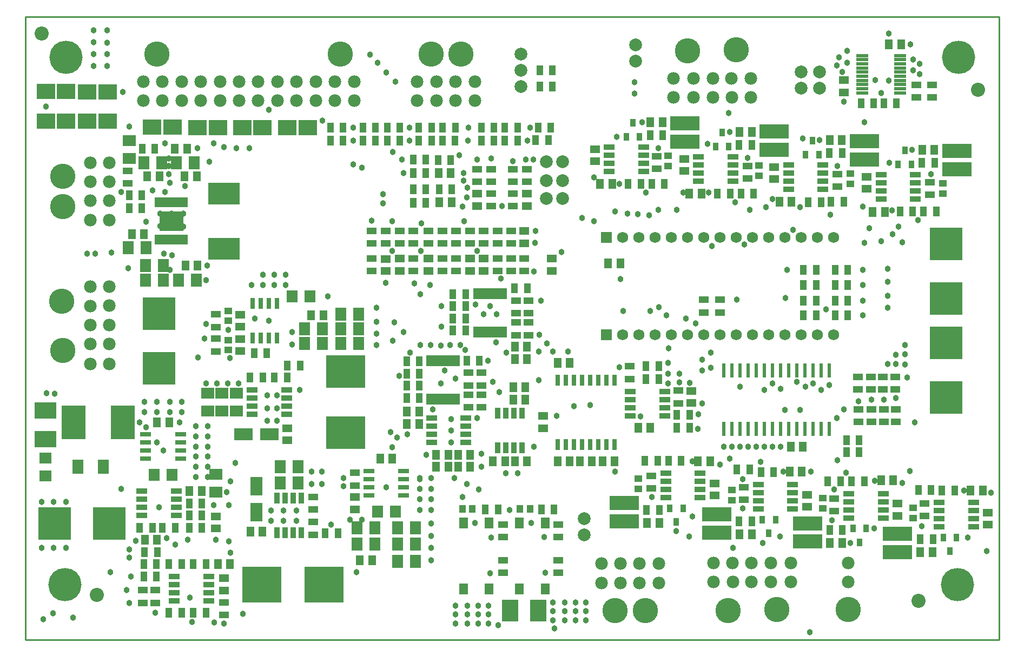
<source format=gts>
G04*
G04 #@! TF.GenerationSoftware,Altium Limited,Altium Designer,19.1.8 (144)*
G04*
G04 Layer_Color=8388736*
%FSLAX25Y25*%
%MOIN*%
G70*
G01*
G75*
%ADD10C,0.01000*%
%ADD22R,0.02400X0.09000*%
%ADD54R,0.06115X0.04343*%
%ADD55C,0.03800*%
%ADD56R,0.04934X0.06312*%
%ADD57R,0.07808X0.02454*%
%ADD58C,0.08674*%
%ADD59R,0.06509X0.07690*%
%ADD60R,0.06902X0.03359*%
%ADD61R,0.06312X0.04934*%
%ADD62R,0.04343X0.06115*%
%ADD63R,0.05721X0.07099*%
%ADD64R,0.03162X0.06509*%
%ADD65R,0.07887X0.06509*%
%ADD66R,0.24422X0.22060*%
%ADD67R,0.03556X0.04737*%
%ADD68R,0.04540X0.04343*%
%ADD69R,0.17926X0.09068*%
%ADD70R,0.04343X0.04540*%
%ADD71R,0.20485X0.20485*%
%ADD72R,0.03359X0.06902*%
%ADD73R,0.02572X0.06706*%
%ADD74R,0.06509X0.07887*%
%ADD75R,0.24422X0.20485*%
%ADD76R,0.19304X0.13398*%
%ADD77R,0.11824X0.09698*%
%ADD78R,0.07690X0.06509*%
%ADD79R,0.02572X0.06312*%
%ADD80R,0.14895X0.12375*%
%ADD81R,0.06509X0.03162*%
%ADD82R,0.11430X0.07493*%
%ADD83R,0.14580X0.20879*%
%ADD84R,0.10249X0.13595*%
%ADD85R,0.07099X0.08871*%
%ADD86R,0.20485X0.20485*%
%ADD87R,0.07493X0.11430*%
%ADD88R,0.13595X0.10249*%
%ADD89C,0.07887*%
%ADD90C,0.07800*%
%ADD91C,0.15600*%
%ADD92C,0.20485*%
%ADD93R,0.06824X0.06824*%
%ADD94C,0.06824*%
D10*
X100000Y500000D02*
X700000D01*
X100000Y116000D02*
X700000D01*
Y500000D01*
X100000Y116000D02*
Y500000D01*
D22*
X530500Y246000D02*
D03*
X535500D02*
D03*
X540500D02*
D03*
X545500D02*
D03*
X550500D02*
D03*
X555500D02*
D03*
X560500D02*
D03*
X565500D02*
D03*
X570500D02*
D03*
X575500D02*
D03*
X580500D02*
D03*
X585500D02*
D03*
X590500D02*
D03*
X595500D02*
D03*
Y282000D02*
D03*
X590500D02*
D03*
X585500D02*
D03*
X580500D02*
D03*
X575500D02*
D03*
X570500D02*
D03*
X565500D02*
D03*
X560500D02*
D03*
X555500D02*
D03*
X550500D02*
D03*
X545500D02*
D03*
X540500D02*
D03*
X535500D02*
D03*
X530500D02*
D03*
D54*
X409000Y398063D02*
D03*
Y405937D02*
D03*
X472500Y284374D02*
D03*
Y276500D02*
D03*
X518000Y325437D02*
D03*
Y317563D02*
D03*
X528000Y325437D02*
D03*
Y317563D02*
D03*
X303000Y211000D02*
D03*
Y218874D02*
D03*
X394500Y164937D02*
D03*
Y157063D02*
D03*
X180000Y146437D02*
D03*
Y138563D02*
D03*
X172500D02*
D03*
Y146437D02*
D03*
X222500Y138937D02*
D03*
Y131063D02*
D03*
X163000Y397063D02*
D03*
Y404937D02*
D03*
X658901Y457937D02*
D03*
Y450063D02*
D03*
X649000D02*
D03*
Y457937D02*
D03*
X654284Y199937D02*
D03*
Y192063D02*
D03*
X598567Y202937D02*
D03*
Y195063D02*
D03*
X542783Y209937D02*
D03*
Y202063D02*
D03*
X485783Y216937D02*
D03*
Y209063D02*
D03*
X394500Y179063D02*
D03*
Y186937D02*
D03*
X428500Y179063D02*
D03*
Y186937D02*
D03*
X657500Y390063D02*
D03*
Y397937D02*
D03*
X600500Y395063D02*
D03*
Y402937D02*
D03*
X545000Y400063D02*
D03*
Y407937D02*
D03*
X400500Y390937D02*
D03*
Y383063D02*
D03*
Y405937D02*
D03*
Y398063D02*
D03*
X387000Y390937D02*
D03*
Y383063D02*
D03*
Y405937D02*
D03*
Y398063D02*
D03*
X378500Y405937D02*
D03*
Y398063D02*
D03*
X407500Y350937D02*
D03*
Y343063D02*
D03*
X399500D02*
D03*
Y350937D02*
D03*
X391000Y343063D02*
D03*
Y350937D02*
D03*
X365500Y343063D02*
D03*
Y350937D02*
D03*
X357000Y343063D02*
D03*
Y350937D02*
D03*
X339286Y343126D02*
D03*
Y351000D02*
D03*
X313357Y343126D02*
D03*
Y351000D02*
D03*
X410000Y324937D02*
D03*
Y317063D02*
D03*
X402500Y324937D02*
D03*
Y317063D02*
D03*
X373000Y272563D02*
D03*
Y280437D02*
D03*
X381000Y272563D02*
D03*
Y280437D02*
D03*
Y259063D02*
D03*
Y266937D02*
D03*
X373000Y259063D02*
D03*
Y266937D02*
D03*
X277500Y180591D02*
D03*
Y188465D02*
D03*
Y203937D02*
D03*
Y196063D02*
D03*
X217500Y308563D02*
D03*
Y316437D02*
D03*
Y301437D02*
D03*
Y293563D02*
D03*
X313357Y360126D02*
D03*
Y368000D02*
D03*
X322000D02*
D03*
Y360126D02*
D03*
X330643D02*
D03*
Y368000D02*
D03*
X339286D02*
D03*
Y360126D02*
D03*
X348500D02*
D03*
Y368000D02*
D03*
X357000D02*
D03*
Y360126D02*
D03*
X365500Y368000D02*
D03*
Y360126D02*
D03*
X374000D02*
D03*
Y368000D02*
D03*
X382500Y360126D02*
D03*
Y368000D02*
D03*
X391000D02*
D03*
Y360126D02*
D03*
X399500Y368000D02*
D03*
Y360126D02*
D03*
X428500Y157063D02*
D03*
Y164937D02*
D03*
X402500Y311437D02*
D03*
Y303563D02*
D03*
X410000Y311437D02*
D03*
Y303563D02*
D03*
X636000Y277937D02*
D03*
Y270063D02*
D03*
X628500Y277937D02*
D03*
Y270063D02*
D03*
X621000Y277937D02*
D03*
Y270063D02*
D03*
X613000Y277937D02*
D03*
Y270063D02*
D03*
X613500Y257937D02*
D03*
Y250063D02*
D03*
X621500Y257937D02*
D03*
Y250063D02*
D03*
X629000Y257937D02*
D03*
Y250063D02*
D03*
X636500Y257937D02*
D03*
Y250063D02*
D03*
X502500Y269437D02*
D03*
Y261563D02*
D03*
X489000Y406063D02*
D03*
Y413937D02*
D03*
D55*
X517000Y288500D02*
D03*
X113000Y268000D02*
D03*
X522500Y283500D02*
D03*
X475500Y459500D02*
D03*
Y452500D02*
D03*
X159000Y209000D02*
D03*
X296000Y210500D02*
D03*
X234000Y132000D02*
D03*
X225500Y176500D02*
D03*
X164000Y166500D02*
D03*
X162500Y146500D02*
D03*
X617000Y435000D02*
D03*
X623283Y184500D02*
D03*
X536000Y172500D02*
D03*
X509000Y179500D02*
D03*
X533500Y440500D02*
D03*
X339786Y335563D02*
D03*
X322000Y336000D02*
D03*
X426000Y123000D02*
D03*
X391500Y125000D02*
D03*
X631500Y344500D02*
D03*
Y336500D02*
D03*
Y328000D02*
D03*
Y320500D02*
D03*
X413000Y412000D02*
D03*
X393000Y338500D02*
D03*
X392000Y268500D02*
D03*
X325000Y244000D02*
D03*
X163500Y345000D02*
D03*
X143000Y354000D02*
D03*
X387000Y412500D02*
D03*
X464500Y426000D02*
D03*
X142000Y491500D02*
D03*
X150500D02*
D03*
Y469500D02*
D03*
Y476833D02*
D03*
X142000Y484167D02*
D03*
X150500Y484000D02*
D03*
X142000Y469500D02*
D03*
Y476833D02*
D03*
X606500Y479000D02*
D03*
X647000Y473500D02*
D03*
X601500Y475000D02*
D03*
X651000Y471000D02*
D03*
X606500Y471500D02*
D03*
X647000Y467000D02*
D03*
X600000Y470000D02*
D03*
X651000Y464500D02*
D03*
X603500Y466000D02*
D03*
X351000Y258000D02*
D03*
X565500Y235000D02*
D03*
X560500D02*
D03*
X680784Y179000D02*
D03*
X545500Y235000D02*
D03*
X530500D02*
D03*
X520500Y421500D02*
D03*
X535500Y235000D02*
D03*
X550500D02*
D03*
X579000Y425000D02*
D03*
X632500Y410000D02*
D03*
X555500Y235000D02*
D03*
X540500D02*
D03*
X565000Y179500D02*
D03*
X511000Y192000D02*
D03*
X372500Y394500D02*
D03*
X370000Y403500D02*
D03*
X414000Y360500D02*
D03*
X408500Y412000D02*
D03*
X367500Y414500D02*
D03*
X286500Y327500D02*
D03*
X229500Y225000D02*
D03*
X450500Y374000D02*
D03*
X269000Y270000D02*
D03*
X226000Y289500D02*
D03*
X216500Y126500D02*
D03*
X304000Y157500D02*
D03*
X343000Y215000D02*
D03*
X288500Y187000D02*
D03*
X152500Y157500D02*
D03*
X174386Y246886D02*
D03*
X216250Y198750D02*
D03*
X187000Y178500D02*
D03*
X356500Y309000D02*
D03*
X577500Y257500D02*
D03*
X585500Y274000D02*
D03*
X595500Y273000D02*
D03*
X580750Y272000D02*
D03*
X555500Y270000D02*
D03*
X565500Y270500D02*
D03*
X590500Y270000D02*
D03*
X575500Y275000D02*
D03*
X568000Y257500D02*
D03*
X540500Y272000D02*
D03*
X560500Y274000D02*
D03*
X378500Y411750D02*
D03*
X129500Y129500D02*
D03*
X186000Y422000D02*
D03*
X302000Y409000D02*
D03*
X326500Y416500D02*
D03*
X246500Y341000D02*
D03*
X253500D02*
D03*
X260500D02*
D03*
X372000Y388500D02*
D03*
X386500Y321500D02*
D03*
X409500Y423500D02*
D03*
X178500Y393000D02*
D03*
X201500Y142000D02*
D03*
X197500Y378500D02*
D03*
X190000D02*
D03*
X183000Y371000D02*
D03*
X190000Y370500D02*
D03*
X197500D02*
D03*
X322500Y210000D02*
D03*
X430500Y355000D02*
D03*
X583500Y120500D02*
D03*
X333000Y305500D02*
D03*
X390254Y299254D02*
D03*
X369500Y383000D02*
D03*
X596000Y378000D02*
D03*
X597000Y189500D02*
D03*
X496000Y286500D02*
D03*
Y280000D02*
D03*
X503000D02*
D03*
X509500Y274371D02*
D03*
X503000Y274500D02*
D03*
X542000Y215000D02*
D03*
X553000Y225500D02*
D03*
X400500Y411000D02*
D03*
X170500Y250000D02*
D03*
X198500Y395500D02*
D03*
X632000Y489500D02*
D03*
X225000Y307000D02*
D03*
X189000Y397500D02*
D03*
X212000Y346500D02*
D03*
X634500Y366000D02*
D03*
X627500Y361500D02*
D03*
X523000Y358500D02*
D03*
X484500Y377500D02*
D03*
X616000Y383000D02*
D03*
X364500Y215500D02*
D03*
X372000Y212000D02*
D03*
X379500Y208500D02*
D03*
X489720Y226098D02*
D03*
X356000Y274000D02*
D03*
X365000Y277000D02*
D03*
X118000Y267500D02*
D03*
X307500Y407000D02*
D03*
X477500Y378063D02*
D03*
X320500Y390500D02*
D03*
Y385000D02*
D03*
X302000Y423500D02*
D03*
X370000Y399000D02*
D03*
X495000Y316000D02*
D03*
X490500Y321000D02*
D03*
X507000Y314000D02*
D03*
X327500Y311500D02*
D03*
X343600Y297500D02*
D03*
X326500Y300350D02*
D03*
X356010Y297290D02*
D03*
X343500Y329000D02*
D03*
X517000Y282000D02*
D03*
X522500Y293000D02*
D03*
X514500Y246000D02*
D03*
X514750Y254750D02*
D03*
X604500Y258000D02*
D03*
X600000Y252500D02*
D03*
X485000Y318500D02*
D03*
X468500D02*
D03*
X358500Y282000D02*
D03*
X337000Y293000D02*
D03*
X206500Y290000D02*
D03*
X164125Y171625D02*
D03*
X168000Y177000D02*
D03*
X202750Y126750D02*
D03*
X211500Y310500D02*
D03*
X226500Y169500D02*
D03*
X225500Y199000D02*
D03*
X226500Y213500D02*
D03*
X224000Y207000D02*
D03*
X621500Y264000D02*
D03*
X629000D02*
D03*
X613500Y263000D02*
D03*
X642000Y297500D02*
D03*
X652500Y186000D02*
D03*
X678500Y208000D02*
D03*
X463500Y380000D02*
D03*
X627500Y453000D02*
D03*
X632000Y460500D02*
D03*
X471000Y378500D02*
D03*
X556500Y382500D02*
D03*
X573000Y368500D02*
D03*
X546500Y381000D02*
D03*
X326000Y374000D02*
D03*
X568500Y326500D02*
D03*
X425000Y293500D02*
D03*
X427500Y254000D02*
D03*
X416500Y276000D02*
D03*
X421500Y298500D02*
D03*
X450500Y401000D02*
D03*
X662000Y355358D02*
D03*
X672500D02*
D03*
X673000Y365358D02*
D03*
X662500D02*
D03*
Y270500D02*
D03*
X673000D02*
D03*
X672500Y260500D02*
D03*
X662000D02*
D03*
X634000Y380500D02*
D03*
X577500Y382500D02*
D03*
X466000Y397000D02*
D03*
X521000Y391500D02*
D03*
X260500Y334500D02*
D03*
X253500D02*
D03*
X246500D02*
D03*
X239500D02*
D03*
X443000Y376000D02*
D03*
X636500Y286000D02*
D03*
X642000Y292000D02*
D03*
Y285500D02*
D03*
X636500Y291500D02*
D03*
X631500Y286000D02*
D03*
X593500Y319500D02*
D03*
X543000Y359500D02*
D03*
X608437Y175500D02*
D03*
X600500Y226500D02*
D03*
X445500Y139000D02*
D03*
Y133500D02*
D03*
Y128000D02*
D03*
X439000Y139000D02*
D03*
Y133500D02*
D03*
Y128000D02*
D03*
X425000Y133500D02*
D03*
X432500D02*
D03*
X425000Y128000D02*
D03*
X432500D02*
D03*
X425000Y139000D02*
D03*
X432500D02*
D03*
X372500Y137000D02*
D03*
X365000D02*
D03*
X496500Y295500D02*
D03*
X211500Y337500D02*
D03*
X238000Y419000D02*
D03*
X230000D02*
D03*
X216000Y422000D02*
D03*
X222500Y419500D02*
D03*
X213500Y410500D02*
D03*
X206000Y419000D02*
D03*
X188500Y403000D02*
D03*
Y408000D02*
D03*
Y412500D02*
D03*
X186000Y392000D02*
D03*
X183000Y378500D02*
D03*
X185500Y354000D02*
D03*
X190500Y353000D02*
D03*
X189000Y344000D02*
D03*
X174500Y373500D02*
D03*
X159000Y392000D02*
D03*
X153000Y354500D02*
D03*
X138000Y354000D02*
D03*
X176000Y312000D02*
D03*
X188000D02*
D03*
Y321000D02*
D03*
X176500Y321500D02*
D03*
X333000Y403500D02*
D03*
X542283Y197000D02*
D03*
X385000Y288000D02*
D03*
X371079Y294500D02*
D03*
X368000Y297500D02*
D03*
X255250Y258500D02*
D03*
Y251000D02*
D03*
X249000Y258500D02*
D03*
Y251000D02*
D03*
X255250Y266500D02*
D03*
X249000D02*
D03*
X317000Y471500D02*
D03*
X332000Y412000D02*
D03*
X554500Y175500D02*
D03*
X517000Y261500D02*
D03*
X501284Y182783D02*
D03*
X534000Y227500D02*
D03*
X413500Y235000D02*
D03*
X403500Y218500D02*
D03*
X396000D02*
D03*
X381000Y222500D02*
D03*
Y230500D02*
D03*
X347000Y230000D02*
D03*
X362500Y237500D02*
D03*
Y252000D02*
D03*
X378500Y252500D02*
D03*
X388000Y275000D02*
D03*
X396500Y293000D02*
D03*
X416500Y293500D02*
D03*
X413500Y343000D02*
D03*
X640500Y361000D02*
D03*
X620000Y369500D02*
D03*
X501500Y381000D02*
D03*
X490000Y419000D02*
D03*
X638000Y370500D02*
D03*
X617000Y360500D02*
D03*
X490000Y381000D02*
D03*
X643500Y277500D02*
D03*
X560500Y387500D02*
D03*
X646500Y418000D02*
D03*
X534000Y429000D02*
D03*
X589500Y424000D02*
D03*
X505500Y391500D02*
D03*
X537625Y385625D02*
D03*
X650125Y374625D02*
D03*
X658000Y403000D02*
D03*
X545000Y413000D02*
D03*
X600500Y408000D02*
D03*
X513000Y311000D02*
D03*
X398500Y196000D02*
D03*
X623500Y214000D02*
D03*
X598500Y208500D02*
D03*
X538500Y325500D02*
D03*
X329000Y240500D02*
D03*
X296000Y215500D02*
D03*
X349700Y297500D02*
D03*
X361900D02*
D03*
X692500Y170500D02*
D03*
X486283Y204000D02*
D03*
X695000Y206500D02*
D03*
X645000Y220000D02*
D03*
X605817Y218750D02*
D03*
X640500Y212500D02*
D03*
X584000Y219500D02*
D03*
X567000D02*
D03*
X511000Y226000D02*
D03*
X528000Y224000D02*
D03*
X414500Y368000D02*
D03*
X393750Y383063D02*
D03*
X335500Y242500D02*
D03*
X343680Y355500D02*
D03*
X378500D02*
D03*
X349500Y334500D02*
D03*
X377522Y322522D02*
D03*
X344000Y372500D02*
D03*
X370500Y374000D02*
D03*
X417937Y324937D02*
D03*
X416782Y303782D02*
D03*
X390500Y316500D02*
D03*
X382500D02*
D03*
X356500Y321500D02*
D03*
X372969Y423500D02*
D03*
X336750D02*
D03*
X411000Y431500D02*
D03*
X373031D02*
D03*
X336750D02*
D03*
X302000D02*
D03*
X322500Y465500D02*
D03*
X328000Y460000D02*
D03*
X312500Y476500D02*
D03*
X283000Y436000D02*
D03*
X250000Y442500D02*
D03*
X261500Y431500D02*
D03*
X233701D02*
D03*
X206201D02*
D03*
X177500D02*
D03*
X466740Y338240D02*
D03*
X343000Y209000D02*
D03*
X350000D02*
D03*
Y215500D02*
D03*
X343000D02*
D03*
Y202500D02*
D03*
X350000D02*
D03*
Y196000D02*
D03*
X343000D02*
D03*
X369449Y203949D02*
D03*
X411776Y187776D02*
D03*
X377276D02*
D03*
X387000Y179000D02*
D03*
X419719Y179281D02*
D03*
X386500Y157000D02*
D03*
X420563Y157063D02*
D03*
X438000Y260000D02*
D03*
X448000Y260500D02*
D03*
X111000Y128500D02*
D03*
X117273Y132273D02*
D03*
X616000Y316000D02*
D03*
Y325000D02*
D03*
Y334500D02*
D03*
Y344000D02*
D03*
X569500D02*
D03*
X645500Y483000D02*
D03*
X623746Y460746D02*
D03*
X604500Y447500D02*
D03*
X192500Y174500D02*
D03*
X222500Y126000D02*
D03*
X362500Y245000D02*
D03*
X330500Y278500D02*
D03*
X112701Y444620D02*
D03*
X160000Y453500D02*
D03*
X164250Y432250D02*
D03*
X326286Y355563D02*
D03*
X313357Y374134D02*
D03*
X648000Y250000D02*
D03*
X636500Y264750D02*
D03*
X466000Y284000D02*
D03*
X496000Y274000D02*
D03*
X479000Y253414D02*
D03*
X482500Y391500D02*
D03*
X480130Y435000D02*
D03*
X434500Y293500D02*
D03*
X463370Y219630D02*
D03*
X316500Y297500D02*
D03*
Y304500D02*
D03*
Y312000D02*
D03*
Y320500D02*
D03*
X264500Y305500D02*
D03*
Y298000D02*
D03*
X282750Y219500D02*
D03*
Y212000D02*
D03*
X276500Y219500D02*
D03*
Y212000D02*
D03*
X267000Y195500D02*
D03*
Y189250D02*
D03*
X251500Y195500D02*
D03*
X259000D02*
D03*
X251500Y189250D02*
D03*
X259000D02*
D03*
X189000Y262500D02*
D03*
X196500D02*
D03*
X189000Y256250D02*
D03*
X196500D02*
D03*
X173500Y262500D02*
D03*
X181000D02*
D03*
X173500Y256250D02*
D03*
X181000D02*
D03*
X164032Y138531D02*
D03*
X181260Y237500D02*
D03*
X231500Y274000D02*
D03*
X224833D02*
D03*
X218167D02*
D03*
X211500D02*
D03*
X250000Y312500D02*
D03*
X210500Y301500D02*
D03*
X241500Y314000D02*
D03*
X326240Y234414D02*
D03*
X350000Y165000D02*
D03*
Y172500D02*
D03*
Y180000D02*
D03*
Y187500D02*
D03*
X307500Y190000D02*
D03*
X300000D02*
D03*
X212500Y216250D02*
D03*
X205000D02*
D03*
X212500Y222500D02*
D03*
X205000D02*
D03*
Y235000D02*
D03*
X212500D02*
D03*
X205000Y228750D02*
D03*
X212500D02*
D03*
Y241250D02*
D03*
X205000D02*
D03*
X212500Y247500D02*
D03*
X205000D02*
D03*
X372500Y126000D02*
D03*
X365000D02*
D03*
X372500Y131500D02*
D03*
X365000D02*
D03*
X379000Y126000D02*
D03*
Y131500D02*
D03*
Y137000D02*
D03*
X385500Y126000D02*
D03*
Y131500D02*
D03*
Y137000D02*
D03*
X217500Y177500D02*
D03*
X165000Y155000D02*
D03*
X180000Y132500D02*
D03*
X200000Y177500D02*
D03*
X182500Y197500D02*
D03*
X195000Y250000D02*
D03*
X185000Y232500D02*
D03*
X125000Y201000D02*
D03*
X117500D02*
D03*
X110000D02*
D03*
X125000Y172500D02*
D03*
X117500D02*
D03*
X110000D02*
D03*
D56*
X639740Y483000D02*
D03*
X632260D02*
D03*
X435500Y226000D02*
D03*
X428020D02*
D03*
X449240D02*
D03*
X441760D02*
D03*
X463240D02*
D03*
X455760D02*
D03*
X428020Y286500D02*
D03*
X435500D02*
D03*
X188740Y250000D02*
D03*
X181260D02*
D03*
X218760Y162500D02*
D03*
X226240D02*
D03*
X173760Y177500D02*
D03*
X181240D02*
D03*
X651543Y170000D02*
D03*
X659024D02*
D03*
X595827Y175500D02*
D03*
X603307D02*
D03*
X514543Y226000D02*
D03*
X522024D02*
D03*
X540260Y181000D02*
D03*
X547740D02*
D03*
X483260Y188000D02*
D03*
X490740D02*
D03*
X516740Y391000D02*
D03*
X509260D02*
D03*
X660240Y418000D02*
D03*
X652760D02*
D03*
X629740Y379500D02*
D03*
X622260D02*
D03*
X603240Y424000D02*
D03*
X595760D02*
D03*
X572240Y386000D02*
D03*
X564760D02*
D03*
X547740Y429000D02*
D03*
X540260D02*
D03*
X401760Y289000D02*
D03*
X409240D02*
D03*
X401760Y296500D02*
D03*
X409240D02*
D03*
X400760Y271500D02*
D03*
X408240D02*
D03*
X400760Y264000D02*
D03*
X408240D02*
D03*
X401760Y226000D02*
D03*
X409240D02*
D03*
X395740D02*
D03*
X388260D02*
D03*
X366760Y230000D02*
D03*
X374240D02*
D03*
X366760Y222500D02*
D03*
X374240D02*
D03*
X360740Y230000D02*
D03*
X353260D02*
D03*
X360740Y222500D02*
D03*
X353260D02*
D03*
X342740Y256500D02*
D03*
X335260D02*
D03*
X342740Y249000D02*
D03*
X335260D02*
D03*
X192260Y418500D02*
D03*
X199740D02*
D03*
X205740Y401500D02*
D03*
X198260D02*
D03*
X173240Y366000D02*
D03*
X165760D02*
D03*
X198760Y346500D02*
D03*
X206240D02*
D03*
X182740Y401500D02*
D03*
X175260D02*
D03*
X355260Y385500D02*
D03*
X362740D02*
D03*
X362240Y403500D02*
D03*
X354760D02*
D03*
X571760Y235000D02*
D03*
X579240D02*
D03*
X485240Y246500D02*
D03*
X477760D02*
D03*
X492740Y435000D02*
D03*
X485260D02*
D03*
X461740Y397000D02*
D03*
X454260D02*
D03*
X306260Y165000D02*
D03*
X313740D02*
D03*
X238760Y182500D02*
D03*
X246240D02*
D03*
X276260Y316000D02*
D03*
X283740D02*
D03*
X208740Y207500D02*
D03*
X201260D02*
D03*
X690024Y208000D02*
D03*
X682543D02*
D03*
X634807Y214173D02*
D03*
X627327D02*
D03*
X578524Y219673D02*
D03*
X571043D02*
D03*
X318760Y227500D02*
D03*
X326240D02*
D03*
X466740Y348000D02*
D03*
X459260D02*
D03*
D57*
X639193Y452984D02*
D03*
Y455543D02*
D03*
Y458102D02*
D03*
Y460661D02*
D03*
Y463221D02*
D03*
Y465779D02*
D03*
Y468339D02*
D03*
Y470898D02*
D03*
Y473457D02*
D03*
Y476016D02*
D03*
X615807Y452984D02*
D03*
Y455543D02*
D03*
Y458102D02*
D03*
Y460661D02*
D03*
Y463221D02*
D03*
Y465779D02*
D03*
Y468339D02*
D03*
Y470898D02*
D03*
Y473457D02*
D03*
Y476016D02*
D03*
D58*
X687000Y455000D02*
D03*
X110000Y489500D02*
D03*
X650500Y140000D02*
D03*
X144000Y143500D02*
D03*
D59*
X316988Y195000D02*
D03*
X328012D02*
D03*
X275512Y327500D02*
D03*
X264488D02*
D03*
X190512Y217500D02*
D03*
X179488D02*
D03*
D60*
X607437Y206000D02*
D03*
Y201000D02*
D03*
Y196000D02*
D03*
Y191000D02*
D03*
X628697Y206000D02*
D03*
Y201000D02*
D03*
Y196000D02*
D03*
Y191000D02*
D03*
X213130Y140000D02*
D03*
Y145000D02*
D03*
Y150000D02*
D03*
Y155000D02*
D03*
X191870Y140000D02*
D03*
Y145000D02*
D03*
Y150000D02*
D03*
Y155000D02*
D03*
X663154Y200500D02*
D03*
Y195500D02*
D03*
Y190500D02*
D03*
Y185500D02*
D03*
X684413Y200500D02*
D03*
Y195500D02*
D03*
Y190500D02*
D03*
Y185500D02*
D03*
X551653Y211500D02*
D03*
Y206500D02*
D03*
Y201500D02*
D03*
Y196500D02*
D03*
X572913Y211500D02*
D03*
Y206500D02*
D03*
Y201500D02*
D03*
Y196500D02*
D03*
X494654Y218500D02*
D03*
Y213500D02*
D03*
Y208500D02*
D03*
Y203500D02*
D03*
X515913Y218500D02*
D03*
Y213500D02*
D03*
Y208500D02*
D03*
Y203500D02*
D03*
X536130Y398500D02*
D03*
Y403500D02*
D03*
Y408500D02*
D03*
Y413500D02*
D03*
X514870Y398500D02*
D03*
Y403500D02*
D03*
Y408500D02*
D03*
Y413500D02*
D03*
X648630Y387500D02*
D03*
Y392500D02*
D03*
Y397500D02*
D03*
Y402500D02*
D03*
X627370Y387500D02*
D03*
Y392500D02*
D03*
Y397500D02*
D03*
Y402500D02*
D03*
X591630Y393500D02*
D03*
Y398500D02*
D03*
Y403500D02*
D03*
Y408500D02*
D03*
X570370Y393500D02*
D03*
Y398500D02*
D03*
Y403500D02*
D03*
Y408500D02*
D03*
X350370Y252500D02*
D03*
Y247500D02*
D03*
Y242500D02*
D03*
Y237500D02*
D03*
X371630Y252500D02*
D03*
Y247500D02*
D03*
Y242500D02*
D03*
Y237500D02*
D03*
X494000Y254000D02*
D03*
Y259000D02*
D03*
Y264000D02*
D03*
Y269000D02*
D03*
X472740Y254000D02*
D03*
Y259000D02*
D03*
Y264000D02*
D03*
Y269000D02*
D03*
X481130Y404500D02*
D03*
Y409500D02*
D03*
Y414500D02*
D03*
Y419500D02*
D03*
X459870Y404500D02*
D03*
Y409500D02*
D03*
Y414500D02*
D03*
Y419500D02*
D03*
X261122Y255000D02*
D03*
Y260000D02*
D03*
Y265000D02*
D03*
Y270000D02*
D03*
X239862Y255000D02*
D03*
Y260000D02*
D03*
Y265000D02*
D03*
Y270000D02*
D03*
X171870Y207500D02*
D03*
Y202500D02*
D03*
Y197500D02*
D03*
Y192500D02*
D03*
X193130Y207500D02*
D03*
Y202500D02*
D03*
Y197500D02*
D03*
Y192500D02*
D03*
D61*
X303051Y203740D02*
D03*
Y196260D02*
D03*
X222500Y153740D02*
D03*
Y146260D02*
D03*
X604500Y460740D02*
D03*
Y453260D02*
D03*
X524784Y204760D02*
D03*
Y212240D02*
D03*
X618500Y401240D02*
D03*
Y393760D02*
D03*
X561500Y407240D02*
D03*
Y399760D02*
D03*
X506000Y412240D02*
D03*
Y404760D02*
D03*
X409000Y390839D02*
D03*
Y383358D02*
D03*
X378500Y390740D02*
D03*
Y383260D02*
D03*
X382500Y350740D02*
D03*
Y343260D02*
D03*
X374000Y343260D02*
D03*
Y350740D02*
D03*
X348500Y343260D02*
D03*
Y350740D02*
D03*
X330786Y343323D02*
D03*
Y350803D02*
D03*
X322098Y343224D02*
D03*
Y350705D02*
D03*
X419000Y253740D02*
D03*
Y246260D02*
D03*
X424500Y343260D02*
D03*
Y350740D02*
D03*
X407500Y360260D02*
D03*
Y367740D02*
D03*
X510500Y269240D02*
D03*
Y261760D02*
D03*
X451000Y418240D02*
D03*
Y410760D02*
D03*
X232500Y316240D02*
D03*
Y308760D02*
D03*
Y301240D02*
D03*
Y293760D02*
D03*
X261417Y238760D02*
D03*
Y246240D02*
D03*
X217500Y184409D02*
D03*
Y191890D02*
D03*
X693284Y194240D02*
D03*
Y186760D02*
D03*
X637567Y199740D02*
D03*
Y192260D02*
D03*
X581783Y205240D02*
D03*
Y197760D02*
D03*
D62*
X424937Y467000D02*
D03*
X417063D02*
D03*
X424937Y457000D02*
D03*
X417063D02*
D03*
X211437Y162500D02*
D03*
X203563D02*
D03*
X173563Y170000D02*
D03*
X181437D02*
D03*
X180886Y162500D02*
D03*
X173012D02*
D03*
X180886Y155000D02*
D03*
X173012D02*
D03*
X203563Y132500D02*
D03*
X211437D02*
D03*
X196437D02*
D03*
X188563D02*
D03*
X622937Y446500D02*
D03*
X615063D02*
D03*
X636937D02*
D03*
X629063D02*
D03*
X651445Y178000D02*
D03*
X659319D02*
D03*
X595728Y183500D02*
D03*
X603602D02*
D03*
X594630Y213598D02*
D03*
X602504D02*
D03*
X539945Y189000D02*
D03*
X547819D02*
D03*
X482945Y196000D02*
D03*
X490819D02*
D03*
X496347Y226098D02*
D03*
X504220D02*
D03*
X481847D02*
D03*
X489720D02*
D03*
X534437Y390902D02*
D03*
X526563D02*
D03*
X418063Y196057D02*
D03*
X425937D02*
D03*
X383563D02*
D03*
X391437D02*
D03*
X646937Y379902D02*
D03*
X639063D02*
D03*
X661437D02*
D03*
X653563D02*
D03*
X660437Y410000D02*
D03*
X652563D02*
D03*
X604437Y385902D02*
D03*
X596563D02*
D03*
X603339Y416000D02*
D03*
X595465D02*
D03*
X590437Y385500D02*
D03*
X582563D02*
D03*
X548937Y390902D02*
D03*
X541063D02*
D03*
X547839Y421000D02*
D03*
X539965D02*
D03*
X409437Y332500D02*
D03*
X401563D02*
D03*
X363563Y329000D02*
D03*
X371437D02*
D03*
X363563Y321500D02*
D03*
X371437D02*
D03*
X363563Y314000D02*
D03*
X371437D02*
D03*
X363563Y306500D02*
D03*
X371437D02*
D03*
X379937Y288000D02*
D03*
X372063D02*
D03*
X335063Y287500D02*
D03*
X342937D02*
D03*
X335063Y280000D02*
D03*
X342937D02*
D03*
X335063Y272500D02*
D03*
X342937D02*
D03*
X335063Y265000D02*
D03*
X342937D02*
D03*
X292687Y181476D02*
D03*
X284813D02*
D03*
X261437Y277500D02*
D03*
X253563D02*
D03*
X269437Y285000D02*
D03*
X261563D02*
D03*
X241063Y292500D02*
D03*
X248937D02*
D03*
X179937Y418500D02*
D03*
X172063D02*
D03*
X164063Y390000D02*
D03*
X171937D02*
D03*
Y382000D02*
D03*
X164063D02*
D03*
X295937Y431500D02*
D03*
X288063D02*
D03*
X295937Y423500D02*
D03*
X288063D02*
D03*
X308063D02*
D03*
X315937D02*
D03*
X330937D02*
D03*
X323063D02*
D03*
X342563D02*
D03*
X350437D02*
D03*
X339063Y385260D02*
D03*
X346937D02*
D03*
X362874Y393500D02*
D03*
X355000D02*
D03*
X346937D02*
D03*
X339063D02*
D03*
X346937Y403500D02*
D03*
X339063D02*
D03*
X308063Y431500D02*
D03*
X315937D02*
D03*
X330937D02*
D03*
X323063D02*
D03*
X342563D02*
D03*
X350437D02*
D03*
X339063Y411760D02*
D03*
X346937D02*
D03*
X365000Y431500D02*
D03*
X357126D02*
D03*
X362197Y411500D02*
D03*
X354323D02*
D03*
X381063Y423500D02*
D03*
X388937D02*
D03*
X381063Y431500D02*
D03*
X388937D02*
D03*
X403437Y423500D02*
D03*
X395563D02*
D03*
X403437Y431500D02*
D03*
X395563D02*
D03*
X414563Y424000D02*
D03*
X422437D02*
D03*
X416063Y431500D02*
D03*
X423937D02*
D03*
X364874Y423500D02*
D03*
X357000D02*
D03*
X606063Y239000D02*
D03*
X613937D02*
D03*
X606063Y231500D02*
D03*
X613937D02*
D03*
X606937Y316000D02*
D03*
X599063D02*
D03*
X606937Y325000D02*
D03*
X599063D02*
D03*
X606937Y334500D02*
D03*
X599063D02*
D03*
X606937Y344000D02*
D03*
X599063D02*
D03*
X587437Y316000D02*
D03*
X579563D02*
D03*
X587437Y325000D02*
D03*
X579563D02*
D03*
X587437Y334500D02*
D03*
X579563D02*
D03*
X587437Y344000D02*
D03*
X579563D02*
D03*
X501563Y246500D02*
D03*
X509437D02*
D03*
X501563Y254500D02*
D03*
X509437D02*
D03*
X490437Y276500D02*
D03*
X482563D02*
D03*
X490437Y284500D02*
D03*
X482563D02*
D03*
X492937Y427000D02*
D03*
X485063D02*
D03*
X493937Y396902D02*
D03*
X486063D02*
D03*
X479437D02*
D03*
X471563D02*
D03*
X246437Y277500D02*
D03*
X238563D02*
D03*
X201063Y192500D02*
D03*
X208937D02*
D03*
X201063Y200000D02*
D03*
X208937D02*
D03*
X201063Y185000D02*
D03*
X208937D02*
D03*
X170591D02*
D03*
X178465D02*
D03*
X192500D02*
D03*
X184626D02*
D03*
X672720Y208000D02*
D03*
X664847D02*
D03*
X617004Y213598D02*
D03*
X609130D02*
D03*
X658220Y208098D02*
D03*
X650347D02*
D03*
X561221Y219098D02*
D03*
X553346D02*
D03*
X546437Y221000D02*
D03*
X538563D02*
D03*
X188563Y162500D02*
D03*
X196437D02*
D03*
D63*
X404626Y147224D02*
D03*
X420374D02*
D03*
Y187776D02*
D03*
X404626D02*
D03*
X370126Y147224D02*
D03*
X385874D02*
D03*
Y187776D02*
D03*
X370126D02*
D03*
D64*
X463000Y275783D02*
D03*
X458000D02*
D03*
X453000D02*
D03*
X448000D02*
D03*
X443000D02*
D03*
X438000D02*
D03*
X433000D02*
D03*
X428000D02*
D03*
X463000Y236216D02*
D03*
X458000D02*
D03*
X453000D02*
D03*
X448000D02*
D03*
X443000D02*
D03*
X438000D02*
D03*
X433000D02*
D03*
X428000D02*
D03*
X240000Y301772D02*
D03*
X245000D02*
D03*
X250000D02*
D03*
X255000D02*
D03*
X240000Y323228D02*
D03*
X245000D02*
D03*
X250000D02*
D03*
X255000D02*
D03*
D65*
X217500Y206988D02*
D03*
Y218012D02*
D03*
X230000Y256988D02*
D03*
Y268012D02*
D03*
X221063Y256988D02*
D03*
Y268012D02*
D03*
X212500Y256988D02*
D03*
Y268012D02*
D03*
X164000Y412488D02*
D03*
Y423512D02*
D03*
D66*
X284095Y150000D02*
D03*
X245905D02*
D03*
D67*
X669783Y170500D02*
D03*
X665728Y178965D02*
D03*
X673839D02*
D03*
X614067Y176000D02*
D03*
X610012Y184465D02*
D03*
X618122D02*
D03*
X558284Y181500D02*
D03*
X554228Y189965D02*
D03*
X562339D02*
D03*
X501284Y188500D02*
D03*
X497228Y196965D02*
D03*
X505339D02*
D03*
X642000Y417500D02*
D03*
X646055Y409035D02*
D03*
X637945D02*
D03*
X529500Y428500D02*
D03*
X533555Y420035D02*
D03*
X525445D02*
D03*
X474500Y434500D02*
D03*
X478555Y426035D02*
D03*
X470445D02*
D03*
X580945Y415035D02*
D03*
X589055D02*
D03*
X585000Y423500D02*
D03*
D68*
X647000Y197051D02*
D03*
Y190949D02*
D03*
X591500Y203051D02*
D03*
Y196949D02*
D03*
X535500Y208051D02*
D03*
Y201949D02*
D03*
X477783Y215051D02*
D03*
Y208949D02*
D03*
X665500Y390949D02*
D03*
Y397051D02*
D03*
X608500Y396949D02*
D03*
Y403051D02*
D03*
X552000Y401949D02*
D03*
Y408051D02*
D03*
X225000Y312500D02*
D03*
Y318602D02*
D03*
Y300551D02*
D03*
Y294449D02*
D03*
X496000Y407949D02*
D03*
Y414051D02*
D03*
D69*
X637500Y169890D02*
D03*
Y181110D02*
D03*
X582067Y176390D02*
D03*
Y187610D02*
D03*
X526284Y181890D02*
D03*
Y193110D02*
D03*
X561500Y429110D02*
D03*
Y417890D02*
D03*
X674000Y417110D02*
D03*
Y405890D02*
D03*
X617000Y423110D02*
D03*
Y411890D02*
D03*
X506500Y434110D02*
D03*
Y422890D02*
D03*
X469283Y200110D02*
D03*
Y188890D02*
D03*
D70*
X375551Y196500D02*
D03*
X369449D02*
D03*
X404949D02*
D03*
X411051D02*
D03*
D71*
X667500Y265071D02*
D03*
Y298929D02*
D03*
Y359929D02*
D03*
Y326071D02*
D03*
X182500Y316929D02*
D03*
Y283071D02*
D03*
D72*
X406000Y255630D02*
D03*
X401000D02*
D03*
X396000D02*
D03*
X391000D02*
D03*
X406000Y234370D02*
D03*
X401000D02*
D03*
X396000D02*
D03*
X391000D02*
D03*
X270000Y203130D02*
D03*
X265000D02*
D03*
X260000D02*
D03*
X255000D02*
D03*
X270000Y181870D02*
D03*
X265000D02*
D03*
X260000D02*
D03*
X255000D02*
D03*
D73*
X366457Y287811D02*
D03*
X363898D02*
D03*
X361339D02*
D03*
X358780D02*
D03*
X356221D02*
D03*
X353661D02*
D03*
X351102D02*
D03*
X348543D02*
D03*
X366457Y264189D02*
D03*
X363898D02*
D03*
X361339D02*
D03*
X358780D02*
D03*
X356221D02*
D03*
X353661D02*
D03*
X351102D02*
D03*
X348543D02*
D03*
X377543Y305689D02*
D03*
X380102D02*
D03*
X382661D02*
D03*
X385221D02*
D03*
X387779D02*
D03*
X390339D02*
D03*
X392898D02*
D03*
X395457D02*
D03*
X377543Y329311D02*
D03*
X380102D02*
D03*
X382661D02*
D03*
X385221D02*
D03*
X387779D02*
D03*
X390339D02*
D03*
X392898D02*
D03*
X395457D02*
D03*
D74*
X268012Y212579D02*
D03*
X256988D02*
D03*
X204012Y410000D02*
D03*
X192988D02*
D03*
X172988D02*
D03*
X184012D02*
D03*
X163488Y357500D02*
D03*
X174512D02*
D03*
X205512Y337500D02*
D03*
X194488D02*
D03*
X173988Y346500D02*
D03*
X185012D02*
D03*
X173988Y337500D02*
D03*
X185012D02*
D03*
X315512Y185000D02*
D03*
X304488D02*
D03*
X315512Y175000D02*
D03*
X304488D02*
D03*
X329488Y185000D02*
D03*
X340512D02*
D03*
X329488Y175000D02*
D03*
X340512D02*
D03*
X329488Y164213D02*
D03*
X340512D02*
D03*
X256988Y222500D02*
D03*
X268012D02*
D03*
X283012Y307500D02*
D03*
X271988D02*
D03*
X283012Y298500D02*
D03*
X271988D02*
D03*
X294488Y316500D02*
D03*
X305512D02*
D03*
X294488Y298500D02*
D03*
X305512D02*
D03*
X294488Y307500D02*
D03*
X305512D02*
D03*
D75*
X297500Y281299D02*
D03*
Y243701D02*
D03*
D76*
X222500Y390858D02*
D03*
Y357000D02*
D03*
D77*
X138201Y435500D02*
D03*
X150799D02*
D03*
X138201Y453500D02*
D03*
X150799D02*
D03*
X125299Y435500D02*
D03*
X112701D02*
D03*
X125299Y453740D02*
D03*
X112701D02*
D03*
X274098Y431500D02*
D03*
X261500D02*
D03*
X246299D02*
D03*
X233701D02*
D03*
X218799D02*
D03*
X206201D02*
D03*
X190799Y432000D02*
D03*
X178201D02*
D03*
D78*
X112500Y228012D02*
D03*
Y216988D02*
D03*
D79*
X198957Y385614D02*
D03*
X196398D02*
D03*
X193839D02*
D03*
X191279D02*
D03*
X188721D02*
D03*
X186161D02*
D03*
X183602D02*
D03*
X181043D02*
D03*
X198957Y362386D02*
D03*
X196398D02*
D03*
X193839D02*
D03*
X191279D02*
D03*
X188721D02*
D03*
X186161D02*
D03*
X183602D02*
D03*
X181043D02*
D03*
D80*
X190000Y374000D02*
D03*
D81*
X174272Y242500D02*
D03*
Y237500D02*
D03*
Y232500D02*
D03*
Y227500D02*
D03*
X195728Y242500D02*
D03*
Y237500D02*
D03*
Y232500D02*
D03*
Y227500D02*
D03*
X333228Y205000D02*
D03*
Y210000D02*
D03*
Y215000D02*
D03*
Y220000D02*
D03*
X311772Y205000D02*
D03*
Y210000D02*
D03*
Y215000D02*
D03*
Y220000D02*
D03*
D82*
X250374Y242500D02*
D03*
X234626D02*
D03*
D83*
X129941Y250000D02*
D03*
X160059D02*
D03*
D84*
X416260Y134000D02*
D03*
X398740D02*
D03*
D85*
X132500Y222500D02*
D03*
X148051D02*
D03*
D86*
X151929Y187500D02*
D03*
X118071D02*
D03*
D87*
X242500Y194626D02*
D03*
Y210374D02*
D03*
D88*
X112500Y239705D02*
D03*
Y257224D02*
D03*
D89*
X405500Y457000D02*
D03*
Y467000D02*
D03*
Y477000D02*
D03*
X444500Y180500D02*
D03*
Y190500D02*
D03*
X431000Y388000D02*
D03*
X421000D02*
D03*
X431000Y399000D02*
D03*
X421000D02*
D03*
X431000Y410500D02*
D03*
X421000D02*
D03*
X578000Y466000D02*
D03*
Y456000D02*
D03*
X589500Y466000D02*
D03*
Y456000D02*
D03*
X476000Y482500D02*
D03*
Y472500D02*
D03*
D90*
X377000Y448200D02*
D03*
X365200D02*
D03*
Y460000D02*
D03*
X377000D02*
D03*
X353400D02*
D03*
X341600D02*
D03*
Y448200D02*
D03*
X353400D02*
D03*
X478600Y162800D02*
D03*
X490400D02*
D03*
Y151000D02*
D03*
X478600D02*
D03*
X455000D02*
D03*
X466800D02*
D03*
Y162800D02*
D03*
X455000D02*
D03*
X607000Y151500D02*
D03*
Y163300D02*
D03*
X302700Y448200D02*
D03*
X290900D02*
D03*
Y460000D02*
D03*
X302700D02*
D03*
X184600Y448200D02*
D03*
X172800D02*
D03*
Y460000D02*
D03*
X184600D02*
D03*
X279100D02*
D03*
X196400D02*
D03*
Y448200D02*
D03*
X208200D02*
D03*
X208000Y460000D02*
D03*
X267200D02*
D03*
X231800D02*
D03*
X243600D02*
D03*
X220000D02*
D03*
X255400D02*
D03*
Y448200D02*
D03*
X220000D02*
D03*
X243600D02*
D03*
X231800D02*
D03*
X267200D02*
D03*
X279100D02*
D03*
X151800Y333600D02*
D03*
X140000D02*
D03*
Y321600D02*
D03*
X151800Y321800D02*
D03*
Y310000D02*
D03*
X140000D02*
D03*
Y298200D02*
D03*
Y285900D02*
D03*
X151800D02*
D03*
Y298200D02*
D03*
Y386400D02*
D03*
Y374600D02*
D03*
X140000D02*
D03*
Y386400D02*
D03*
Y410000D02*
D03*
Y398200D02*
D03*
X151800D02*
D03*
Y410000D02*
D03*
X559400Y163300D02*
D03*
X571700D02*
D03*
Y151500D02*
D03*
X559400D02*
D03*
X547600D02*
D03*
Y163300D02*
D03*
X535800D02*
D03*
X536000Y151500D02*
D03*
X524000D02*
D03*
Y163300D02*
D03*
X511900Y450200D02*
D03*
X499600D02*
D03*
Y462000D02*
D03*
X511900D02*
D03*
X523700D02*
D03*
Y450200D02*
D03*
X535500D02*
D03*
X535300Y462000D02*
D03*
X547300D02*
D03*
Y450200D02*
D03*
D91*
X368500Y477000D02*
D03*
X350000D02*
D03*
X482000Y134000D02*
D03*
X463500D02*
D03*
X607000Y134500D02*
D03*
X181200Y477000D02*
D03*
X294200D02*
D03*
X122500Y324600D02*
D03*
X123000Y294300D02*
D03*
Y383000D02*
D03*
Y401500D02*
D03*
X563300Y134500D02*
D03*
X533000Y134000D02*
D03*
X508000Y479000D02*
D03*
X538300Y479500D02*
D03*
D92*
X125000Y475000D02*
D03*
X675000D02*
D03*
X124500Y150000D02*
D03*
X674500D02*
D03*
D93*
X458000Y304000D02*
D03*
Y364000D02*
D03*
D94*
X468000Y304000D02*
D03*
Y364000D02*
D03*
X478000Y304000D02*
D03*
Y364000D02*
D03*
X488000Y304000D02*
D03*
Y364000D02*
D03*
X498000Y304000D02*
D03*
Y364000D02*
D03*
X508000Y304000D02*
D03*
Y364000D02*
D03*
X518000Y304000D02*
D03*
Y364000D02*
D03*
X528000Y304000D02*
D03*
Y364000D02*
D03*
X538000Y304000D02*
D03*
Y364000D02*
D03*
X548000Y304000D02*
D03*
Y364000D02*
D03*
X558000Y304000D02*
D03*
Y364000D02*
D03*
X568000Y304000D02*
D03*
Y364000D02*
D03*
X578000Y304000D02*
D03*
Y364000D02*
D03*
X588000Y304000D02*
D03*
Y364000D02*
D03*
X598000Y304000D02*
D03*
Y364000D02*
D03*
M02*

</source>
